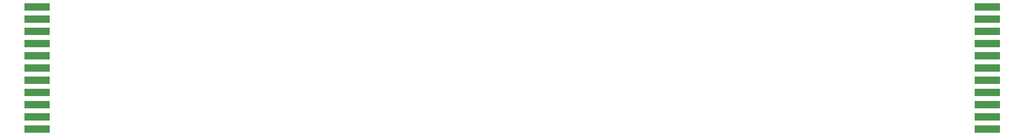
<source format=gtp>
G04 Layer: TopPasteMaskLayer*
G04 EasyEDA Pro v2.2.40.8, 2025-09-13 20:07:49*
G04 Gerber Generator version 0.3*
G04 Scale: 100 percent, Rotated: No, Reflected: No*
G04 Dimensions in millimeters*
G04 Leading zeros omitted, absolute positions, 4 integers and 5 decimals*
G04 Generated by one-click*
%FSLAX45Y45*%
%MOMM*%
%AMPolygonMacro1*4,1,6,2.6035,-0.78047,-2.57334,-0.78047,-2.6035,-0.75031,-2.6035,0.78047,2.59673,0.78047,2.6035,0.77369,2.6035,-0.78047,0*%
%ADD10PolygonMacro1*%
%ADD11C,0.6011*%
G75*


G04 Pad Start*
G54D10*
G01X20066000Y3721099D03*
G01X20066000Y3975099D03*
G01X20066000Y3467099D03*
G01X20066000Y3213099D03*
G01X20066000Y2959099D03*
G01X20066000Y2705099D03*
G01X20066000Y2451099D03*
G01X20066000Y2197099D03*
G01X20066000Y1943099D03*
G01X20066000Y1689099D03*
G01X20066000Y1435099D03*
G01X328987Y3975100D03*
G01X328987Y3721100D03*
G01X328987Y3467100D03*
G01X330200Y3213099D03*
G01X330200Y2959099D03*
G01X330200Y2705099D03*
G01X328987Y2451100D03*
G01X331217Y2197100D03*
G01X328987Y1943100D03*
G01X328987Y1689100D03*
G01X333446Y1435100D03*
G04 Pad End*

M02*


</source>
